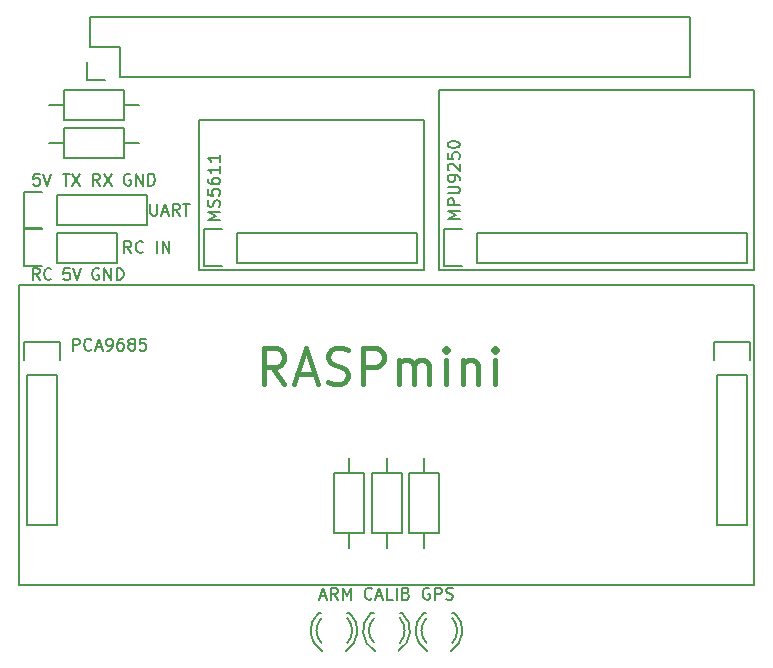
<source format=gto>
G04 #@! TF.FileFunction,Legend,Top*
%FSLAX46Y46*%
G04 Gerber Fmt 4.6, Leading zero omitted, Abs format (unit mm)*
G04 Created by KiCad (PCBNEW 4.0.4-stable) date 10/13/16 18:12:30*
%MOMM*%
%LPD*%
G01*
G04 APERTURE LIST*
%ADD10C,0.100000*%
%ADD11C,0.400000*%
%ADD12C,0.150000*%
G04 APERTURE END LIST*
D10*
D11*
X134803571Y-67397143D02*
X133803571Y-65968571D01*
X133089286Y-67397143D02*
X133089286Y-64397143D01*
X134232143Y-64397143D01*
X134517857Y-64540000D01*
X134660714Y-64682857D01*
X134803571Y-64968571D01*
X134803571Y-65397143D01*
X134660714Y-65682857D01*
X134517857Y-65825714D01*
X134232143Y-65968571D01*
X133089286Y-65968571D01*
X135946429Y-66540000D02*
X137375000Y-66540000D01*
X135660714Y-67397143D02*
X136660714Y-64397143D01*
X137660714Y-67397143D01*
X138517858Y-67254286D02*
X138946429Y-67397143D01*
X139660715Y-67397143D01*
X139946429Y-67254286D01*
X140089286Y-67111429D01*
X140232143Y-66825714D01*
X140232143Y-66540000D01*
X140089286Y-66254286D01*
X139946429Y-66111429D01*
X139660715Y-65968571D01*
X139089286Y-65825714D01*
X138803572Y-65682857D01*
X138660715Y-65540000D01*
X138517858Y-65254286D01*
X138517858Y-64968571D01*
X138660715Y-64682857D01*
X138803572Y-64540000D01*
X139089286Y-64397143D01*
X139803572Y-64397143D01*
X140232143Y-64540000D01*
X141517858Y-67397143D02*
X141517858Y-64397143D01*
X142660715Y-64397143D01*
X142946429Y-64540000D01*
X143089286Y-64682857D01*
X143232143Y-64968571D01*
X143232143Y-65397143D01*
X143089286Y-65682857D01*
X142946429Y-65825714D01*
X142660715Y-65968571D01*
X141517858Y-65968571D01*
X144517858Y-67397143D02*
X144517858Y-65397143D01*
X144517858Y-65682857D02*
X144660715Y-65540000D01*
X144946429Y-65397143D01*
X145375001Y-65397143D01*
X145660715Y-65540000D01*
X145803572Y-65825714D01*
X145803572Y-67397143D01*
X145803572Y-65825714D02*
X145946429Y-65540000D01*
X146232143Y-65397143D01*
X146660715Y-65397143D01*
X146946429Y-65540000D01*
X147089286Y-65825714D01*
X147089286Y-67397143D01*
X148517858Y-67397143D02*
X148517858Y-65397143D01*
X148517858Y-64397143D02*
X148375001Y-64540000D01*
X148517858Y-64682857D01*
X148660715Y-64540000D01*
X148517858Y-64397143D01*
X148517858Y-64682857D01*
X149946429Y-65397143D02*
X149946429Y-67397143D01*
X149946429Y-65682857D02*
X150089286Y-65540000D01*
X150375000Y-65397143D01*
X150803572Y-65397143D01*
X151089286Y-65540000D01*
X151232143Y-65825714D01*
X151232143Y-67397143D01*
X152660715Y-67397143D02*
X152660715Y-65397143D01*
X152660715Y-64397143D02*
X152517858Y-64540000D01*
X152660715Y-64682857D01*
X152803572Y-64540000D01*
X152660715Y-64397143D01*
X152660715Y-64682857D01*
D12*
X114109524Y-58618381D02*
X113776190Y-58142190D01*
X113538095Y-58618381D02*
X113538095Y-57618381D01*
X113919048Y-57618381D01*
X114014286Y-57666000D01*
X114061905Y-57713619D01*
X114109524Y-57808857D01*
X114109524Y-57951714D01*
X114061905Y-58046952D01*
X114014286Y-58094571D01*
X113919048Y-58142190D01*
X113538095Y-58142190D01*
X115109524Y-58523143D02*
X115061905Y-58570762D01*
X114919048Y-58618381D01*
X114823810Y-58618381D01*
X114680952Y-58570762D01*
X114585714Y-58475524D01*
X114538095Y-58380286D01*
X114490476Y-58189810D01*
X114490476Y-58046952D01*
X114538095Y-57856476D01*
X114585714Y-57761238D01*
X114680952Y-57666000D01*
X114823810Y-57618381D01*
X114919048Y-57618381D01*
X115061905Y-57666000D01*
X115109524Y-57713619D01*
X116649524Y-57618381D02*
X116173333Y-57618381D01*
X116125714Y-58094571D01*
X116173333Y-58046952D01*
X116268571Y-57999333D01*
X116506667Y-57999333D01*
X116601905Y-58046952D01*
X116649524Y-58094571D01*
X116697143Y-58189810D01*
X116697143Y-58427905D01*
X116649524Y-58523143D01*
X116601905Y-58570762D01*
X116506667Y-58618381D01*
X116268571Y-58618381D01*
X116173333Y-58570762D01*
X116125714Y-58523143D01*
X116982857Y-57618381D02*
X117316190Y-58618381D01*
X117649524Y-57618381D01*
X119126096Y-57666000D02*
X119030858Y-57618381D01*
X118888001Y-57618381D01*
X118745143Y-57666000D01*
X118649905Y-57761238D01*
X118602286Y-57856476D01*
X118554667Y-58046952D01*
X118554667Y-58189810D01*
X118602286Y-58380286D01*
X118649905Y-58475524D01*
X118745143Y-58570762D01*
X118888001Y-58618381D01*
X118983239Y-58618381D01*
X119126096Y-58570762D01*
X119173715Y-58523143D01*
X119173715Y-58189810D01*
X118983239Y-58189810D01*
X119602286Y-58618381D02*
X119602286Y-57618381D01*
X120173715Y-58618381D01*
X120173715Y-57618381D01*
X120649905Y-58618381D02*
X120649905Y-57618381D01*
X120888000Y-57618381D01*
X121030858Y-57666000D01*
X121126096Y-57761238D01*
X121173715Y-57856476D01*
X121221334Y-58046952D01*
X121221334Y-58189810D01*
X121173715Y-58380286D01*
X121126096Y-58475524D01*
X121030858Y-58570762D01*
X120888000Y-58618381D01*
X120649905Y-58618381D01*
X121793096Y-49665000D02*
X121697858Y-49617381D01*
X121555001Y-49617381D01*
X121412143Y-49665000D01*
X121316905Y-49760238D01*
X121269286Y-49855476D01*
X121221667Y-50045952D01*
X121221667Y-50188810D01*
X121269286Y-50379286D01*
X121316905Y-50474524D01*
X121412143Y-50569762D01*
X121555001Y-50617381D01*
X121650239Y-50617381D01*
X121793096Y-50569762D01*
X121840715Y-50522143D01*
X121840715Y-50188810D01*
X121650239Y-50188810D01*
X122269286Y-50617381D02*
X122269286Y-49617381D01*
X122840715Y-50617381D01*
X122840715Y-49617381D01*
X123316905Y-50617381D02*
X123316905Y-49617381D01*
X123555000Y-49617381D01*
X123697858Y-49665000D01*
X123793096Y-49760238D01*
X123840715Y-49855476D01*
X123888334Y-50045952D01*
X123888334Y-50188810D01*
X123840715Y-50379286D01*
X123793096Y-50474524D01*
X123697858Y-50569762D01*
X123555000Y-50617381D01*
X123316905Y-50617381D01*
X119213334Y-50617381D02*
X118880000Y-50141190D01*
X118641905Y-50617381D02*
X118641905Y-49617381D01*
X119022858Y-49617381D01*
X119118096Y-49665000D01*
X119165715Y-49712619D01*
X119213334Y-49807857D01*
X119213334Y-49950714D01*
X119165715Y-50045952D01*
X119118096Y-50093571D01*
X119022858Y-50141190D01*
X118641905Y-50141190D01*
X119546667Y-49617381D02*
X120213334Y-50617381D01*
X120213334Y-49617381D02*
X119546667Y-50617381D01*
X116078095Y-49617381D02*
X116649524Y-49617381D01*
X116363809Y-50617381D02*
X116363809Y-49617381D01*
X116887619Y-49617381D02*
X117554286Y-50617381D01*
X117554286Y-49617381D02*
X116887619Y-50617381D01*
X114109524Y-49617381D02*
X113633333Y-49617381D01*
X113585714Y-50093571D01*
X113633333Y-50045952D01*
X113728571Y-49998333D01*
X113966667Y-49998333D01*
X114061905Y-50045952D01*
X114109524Y-50093571D01*
X114157143Y-50188810D01*
X114157143Y-50426905D01*
X114109524Y-50522143D01*
X114061905Y-50569762D01*
X113966667Y-50617381D01*
X113728571Y-50617381D01*
X113633333Y-50569762D01*
X113585714Y-50522143D01*
X114442857Y-49617381D02*
X114776190Y-50617381D01*
X115109524Y-49617381D01*
X147955000Y-57785000D02*
X147955000Y-42545000D01*
X147955000Y-42545000D02*
X174625000Y-42545000D01*
X174625000Y-42545000D02*
X174625000Y-57785000D01*
X174625000Y-57785000D02*
X147955000Y-57785000D01*
X151130000Y-54610000D02*
X173990000Y-54610000D01*
X173990000Y-54610000D02*
X173990000Y-57150000D01*
X173990000Y-57150000D02*
X151130000Y-57150000D01*
X148310000Y-54330000D02*
X149860000Y-54330000D01*
X151130000Y-54610000D02*
X151130000Y-57150000D01*
X149860000Y-57430000D02*
X148310000Y-57430000D01*
X148310000Y-57430000D02*
X148310000Y-54330000D01*
X169164000Y-36322000D02*
X118364000Y-36322000D01*
X120904000Y-41402000D02*
X169164000Y-41402000D01*
X169164000Y-36322000D02*
X169164000Y-41402000D01*
X118364000Y-36322000D02*
X118364000Y-38862000D01*
X118084000Y-40132000D02*
X118084000Y-41682000D01*
X118364000Y-38862000D02*
X120904000Y-38862000D01*
X120904000Y-38862000D02*
X120904000Y-41402000D01*
X118084000Y-41682000D02*
X119634000Y-41682000D01*
X139065000Y-80010000D02*
X139065000Y-74930000D01*
X139065000Y-74930000D02*
X141605000Y-74930000D01*
X141605000Y-74930000D02*
X141605000Y-80010000D01*
X141605000Y-80010000D02*
X139065000Y-80010000D01*
X140335000Y-80010000D02*
X140335000Y-81280000D01*
X140335000Y-74930000D02*
X140335000Y-73660000D01*
X127635000Y-57785000D02*
X127635000Y-45085000D01*
X127635000Y-45085000D02*
X146685000Y-45085000D01*
X146685000Y-45085000D02*
X146685000Y-57785000D01*
X146685000Y-57785000D02*
X127635000Y-57785000D01*
X130810000Y-54610000D02*
X146050000Y-54610000D01*
X146050000Y-54610000D02*
X146050000Y-57150000D01*
X146050000Y-57150000D02*
X130810000Y-57150000D01*
X127990000Y-54330000D02*
X129540000Y-54330000D01*
X130810000Y-54610000D02*
X130810000Y-57150000D01*
X129540000Y-57430000D02*
X127990000Y-57430000D01*
X127990000Y-57430000D02*
X127990000Y-54330000D01*
X115570000Y-53975000D02*
X123190000Y-53975000D01*
X115570000Y-51435000D02*
X123190000Y-51435000D01*
X112750000Y-51155000D02*
X114300000Y-51155000D01*
X123190000Y-53975000D02*
X123190000Y-51435000D01*
X115570000Y-51435000D02*
X115570000Y-53975000D01*
X114300000Y-54255000D02*
X112750000Y-54255000D01*
X112750000Y-54255000D02*
X112750000Y-51155000D01*
X115570000Y-57150000D02*
X120650000Y-57150000D01*
X120650000Y-57150000D02*
X120650000Y-54610000D01*
X120650000Y-54610000D02*
X115570000Y-54610000D01*
X112750000Y-54330000D02*
X114300000Y-54330000D01*
X115570000Y-54610000D02*
X115570000Y-57150000D01*
X114300000Y-57430000D02*
X112750000Y-57430000D01*
X112750000Y-57430000D02*
X112750000Y-54330000D01*
X137751000Y-86796000D02*
X137951000Y-86796000D01*
X140345000Y-86796000D02*
X140165000Y-86796000D01*
X140034643Y-90023744D02*
G75*
G03X140351000Y-86796000I-1003643J1727744D01*
G01*
X140164068Y-89348006D02*
G75*
G03X140165000Y-87245000I-1133068J1052006D01*
G01*
X137724274Y-86808780D02*
G75*
G03X138071000Y-90046000I1306726J-1497220D01*
G01*
X137951747Y-87282111D02*
G75*
G03X137971000Y-89330000I1079253J-1013889D01*
G01*
X142196000Y-86796000D02*
X142396000Y-86796000D01*
X144790000Y-86796000D02*
X144610000Y-86796000D01*
X144479643Y-90023744D02*
G75*
G03X144796000Y-86796000I-1003643J1727744D01*
G01*
X144609068Y-89348006D02*
G75*
G03X144610000Y-87245000I-1133068J1052006D01*
G01*
X142169274Y-86808780D02*
G75*
G03X142516000Y-90046000I1306726J-1497220D01*
G01*
X142396747Y-87282111D02*
G75*
G03X142416000Y-89330000I1079253J-1013889D01*
G01*
X146641000Y-86796000D02*
X146841000Y-86796000D01*
X149235000Y-86796000D02*
X149055000Y-86796000D01*
X148924643Y-90023744D02*
G75*
G03X149241000Y-86796000I-1003643J1727744D01*
G01*
X149054068Y-89348006D02*
G75*
G03X149055000Y-87245000I-1133068J1052006D01*
G01*
X146614274Y-86808780D02*
G75*
G03X146961000Y-90046000I1306726J-1497220D01*
G01*
X146841747Y-87282111D02*
G75*
G03X146861000Y-89330000I1079253J-1013889D01*
G01*
X142240000Y-80010000D02*
X142240000Y-74930000D01*
X142240000Y-74930000D02*
X144780000Y-74930000D01*
X144780000Y-74930000D02*
X144780000Y-80010000D01*
X144780000Y-80010000D02*
X142240000Y-80010000D01*
X143510000Y-80010000D02*
X143510000Y-81280000D01*
X143510000Y-74930000D02*
X143510000Y-73660000D01*
X145415000Y-80010000D02*
X145415000Y-74930000D01*
X145415000Y-74930000D02*
X147955000Y-74930000D01*
X147955000Y-74930000D02*
X147955000Y-80010000D01*
X147955000Y-80010000D02*
X145415000Y-80010000D01*
X146685000Y-80010000D02*
X146685000Y-81280000D01*
X146685000Y-74930000D02*
X146685000Y-73660000D01*
X116205000Y-45720000D02*
X121285000Y-45720000D01*
X121285000Y-45720000D02*
X121285000Y-48260000D01*
X121285000Y-48260000D02*
X116205000Y-48260000D01*
X116205000Y-48260000D02*
X116205000Y-45720000D01*
X116205000Y-46990000D02*
X114935000Y-46990000D01*
X121285000Y-46990000D02*
X122555000Y-46990000D01*
X121285000Y-45085000D02*
X116205000Y-45085000D01*
X116205000Y-45085000D02*
X116205000Y-42545000D01*
X116205000Y-42545000D02*
X121285000Y-42545000D01*
X121285000Y-42545000D02*
X121285000Y-45085000D01*
X121285000Y-43815000D02*
X122555000Y-43815000D01*
X116205000Y-43815000D02*
X114935000Y-43815000D01*
X112750000Y-63855000D02*
X115850000Y-63855000D01*
X112750000Y-65405000D02*
X112750000Y-63855000D01*
X115570000Y-66675000D02*
X113030000Y-66675000D01*
X115850000Y-63855000D02*
X115850000Y-65405000D01*
X113030000Y-79375000D02*
X113030000Y-66675000D01*
X115570000Y-79375000D02*
X113030000Y-79375000D01*
X115570000Y-66675000D02*
X115570000Y-79375000D01*
X115570000Y-79375000D02*
X113030000Y-79375000D01*
X113030000Y-79375000D02*
X113030000Y-66675000D01*
X115850000Y-63855000D02*
X115850000Y-65405000D01*
X115570000Y-66675000D02*
X113030000Y-66675000D01*
X112750000Y-65405000D02*
X112750000Y-63855000D01*
X112750000Y-63855000D02*
X115850000Y-63855000D01*
X112750000Y-63855000D02*
X115850000Y-63855000D01*
X112750000Y-65405000D02*
X112750000Y-63855000D01*
X115570000Y-66675000D02*
X113030000Y-66675000D01*
X115850000Y-63855000D02*
X115850000Y-65405000D01*
X113030000Y-79375000D02*
X113030000Y-66675000D01*
X115570000Y-79375000D02*
X113030000Y-79375000D01*
X115570000Y-66675000D02*
X115570000Y-79375000D01*
X115570000Y-79375000D02*
X113030000Y-79375000D01*
X113030000Y-79375000D02*
X113030000Y-66675000D01*
X115850000Y-63855000D02*
X115850000Y-65405000D01*
X115570000Y-66675000D02*
X113030000Y-66675000D01*
X112750000Y-65405000D02*
X112750000Y-63855000D01*
X112750000Y-63855000D02*
X115850000Y-63855000D01*
X171170000Y-63855000D02*
X174270000Y-63855000D01*
X171170000Y-65405000D02*
X171170000Y-63855000D01*
X173990000Y-66675000D02*
X171450000Y-66675000D01*
X174270000Y-63855000D02*
X174270000Y-65405000D01*
X171450000Y-79375000D02*
X171450000Y-66675000D01*
X173990000Y-79375000D02*
X171450000Y-79375000D01*
X173990000Y-66675000D02*
X173990000Y-79375000D01*
X173990000Y-79375000D02*
X171450000Y-79375000D01*
X171450000Y-79375000D02*
X171450000Y-66675000D01*
X174270000Y-63855000D02*
X174270000Y-65405000D01*
X173990000Y-66675000D02*
X171450000Y-66675000D01*
X171170000Y-65405000D02*
X171170000Y-63855000D01*
X171170000Y-63855000D02*
X174270000Y-63855000D01*
X171170000Y-63855000D02*
X174270000Y-63855000D01*
X171170000Y-65405000D02*
X171170000Y-63855000D01*
X173990000Y-66675000D02*
X171450000Y-66675000D01*
X174270000Y-63855000D02*
X174270000Y-65405000D01*
X171450000Y-79375000D02*
X171450000Y-66675000D01*
X173990000Y-79375000D02*
X171450000Y-79375000D01*
X173990000Y-66675000D02*
X173990000Y-79375000D01*
X173990000Y-79375000D02*
X171450000Y-79375000D01*
X171450000Y-79375000D02*
X171450000Y-66675000D01*
X174270000Y-63855000D02*
X174270000Y-65405000D01*
X173990000Y-66675000D02*
X171450000Y-66675000D01*
X171170000Y-65405000D02*
X171170000Y-63855000D01*
X171170000Y-63855000D02*
X174270000Y-63855000D01*
X112395000Y-59055000D02*
X174625000Y-59055000D01*
X174625000Y-59055000D02*
X174625000Y-84455000D01*
X174625000Y-84455000D02*
X112395000Y-84455000D01*
X112395000Y-84455000D02*
X112395000Y-59055000D01*
X149677381Y-53426905D02*
X148677381Y-53426905D01*
X149391667Y-53093571D01*
X148677381Y-52760238D01*
X149677381Y-52760238D01*
X149677381Y-52284048D02*
X148677381Y-52284048D01*
X148677381Y-51903095D01*
X148725000Y-51807857D01*
X148772619Y-51760238D01*
X148867857Y-51712619D01*
X149010714Y-51712619D01*
X149105952Y-51760238D01*
X149153571Y-51807857D01*
X149201190Y-51903095D01*
X149201190Y-52284048D01*
X148677381Y-51284048D02*
X149486905Y-51284048D01*
X149582143Y-51236429D01*
X149629762Y-51188810D01*
X149677381Y-51093572D01*
X149677381Y-50903095D01*
X149629762Y-50807857D01*
X149582143Y-50760238D01*
X149486905Y-50712619D01*
X148677381Y-50712619D01*
X149677381Y-50188810D02*
X149677381Y-49998334D01*
X149629762Y-49903095D01*
X149582143Y-49855476D01*
X149439286Y-49760238D01*
X149248810Y-49712619D01*
X148867857Y-49712619D01*
X148772619Y-49760238D01*
X148725000Y-49807857D01*
X148677381Y-49903095D01*
X148677381Y-50093572D01*
X148725000Y-50188810D01*
X148772619Y-50236429D01*
X148867857Y-50284048D01*
X149105952Y-50284048D01*
X149201190Y-50236429D01*
X149248810Y-50188810D01*
X149296429Y-50093572D01*
X149296429Y-49903095D01*
X149248810Y-49807857D01*
X149201190Y-49760238D01*
X149105952Y-49712619D01*
X148772619Y-49331667D02*
X148725000Y-49284048D01*
X148677381Y-49188810D01*
X148677381Y-48950714D01*
X148725000Y-48855476D01*
X148772619Y-48807857D01*
X148867857Y-48760238D01*
X148963095Y-48760238D01*
X149105952Y-48807857D01*
X149677381Y-49379286D01*
X149677381Y-48760238D01*
X148677381Y-47855476D02*
X148677381Y-48331667D01*
X149153571Y-48379286D01*
X149105952Y-48331667D01*
X149058333Y-48236429D01*
X149058333Y-47998333D01*
X149105952Y-47903095D01*
X149153571Y-47855476D01*
X149248810Y-47807857D01*
X149486905Y-47807857D01*
X149582143Y-47855476D01*
X149629762Y-47903095D01*
X149677381Y-47998333D01*
X149677381Y-48236429D01*
X149629762Y-48331667D01*
X149582143Y-48379286D01*
X148677381Y-47188810D02*
X148677381Y-47093571D01*
X148725000Y-46998333D01*
X148772619Y-46950714D01*
X148867857Y-46903095D01*
X149058333Y-46855476D01*
X149296429Y-46855476D01*
X149486905Y-46903095D01*
X149582143Y-46950714D01*
X149629762Y-46998333D01*
X149677381Y-47093571D01*
X149677381Y-47188810D01*
X149629762Y-47284048D01*
X149582143Y-47331667D01*
X149486905Y-47379286D01*
X149296429Y-47426905D01*
X149058333Y-47426905D01*
X148867857Y-47379286D01*
X148772619Y-47331667D01*
X148725000Y-47284048D01*
X148677381Y-47188810D01*
X129357381Y-53514286D02*
X128357381Y-53514286D01*
X129071667Y-53180952D01*
X128357381Y-52847619D01*
X129357381Y-52847619D01*
X129309762Y-52419048D02*
X129357381Y-52276191D01*
X129357381Y-52038095D01*
X129309762Y-51942857D01*
X129262143Y-51895238D01*
X129166905Y-51847619D01*
X129071667Y-51847619D01*
X128976429Y-51895238D01*
X128928810Y-51942857D01*
X128881190Y-52038095D01*
X128833571Y-52228572D01*
X128785952Y-52323810D01*
X128738333Y-52371429D01*
X128643095Y-52419048D01*
X128547857Y-52419048D01*
X128452619Y-52371429D01*
X128405000Y-52323810D01*
X128357381Y-52228572D01*
X128357381Y-51990476D01*
X128405000Y-51847619D01*
X128357381Y-50942857D02*
X128357381Y-51419048D01*
X128833571Y-51466667D01*
X128785952Y-51419048D01*
X128738333Y-51323810D01*
X128738333Y-51085714D01*
X128785952Y-50990476D01*
X128833571Y-50942857D01*
X128928810Y-50895238D01*
X129166905Y-50895238D01*
X129262143Y-50942857D01*
X129309762Y-50990476D01*
X129357381Y-51085714D01*
X129357381Y-51323810D01*
X129309762Y-51419048D01*
X129262143Y-51466667D01*
X128357381Y-50038095D02*
X128357381Y-50228572D01*
X128405000Y-50323810D01*
X128452619Y-50371429D01*
X128595476Y-50466667D01*
X128785952Y-50514286D01*
X129166905Y-50514286D01*
X129262143Y-50466667D01*
X129309762Y-50419048D01*
X129357381Y-50323810D01*
X129357381Y-50133333D01*
X129309762Y-50038095D01*
X129262143Y-49990476D01*
X129166905Y-49942857D01*
X128928810Y-49942857D01*
X128833571Y-49990476D01*
X128785952Y-50038095D01*
X128738333Y-50133333D01*
X128738333Y-50323810D01*
X128785952Y-50419048D01*
X128833571Y-50466667D01*
X128928810Y-50514286D01*
X129357381Y-48990476D02*
X129357381Y-49561905D01*
X129357381Y-49276191D02*
X128357381Y-49276191D01*
X128500238Y-49371429D01*
X128595476Y-49466667D01*
X128643095Y-49561905D01*
X129357381Y-48038095D02*
X129357381Y-48609524D01*
X129357381Y-48323810D02*
X128357381Y-48323810D01*
X128500238Y-48419048D01*
X128595476Y-48514286D01*
X128643095Y-48609524D01*
X123499762Y-52157381D02*
X123499762Y-52966905D01*
X123547381Y-53062143D01*
X123595000Y-53109762D01*
X123690238Y-53157381D01*
X123880715Y-53157381D01*
X123975953Y-53109762D01*
X124023572Y-53062143D01*
X124071191Y-52966905D01*
X124071191Y-52157381D01*
X124499762Y-52871667D02*
X124975953Y-52871667D01*
X124404524Y-53157381D02*
X124737857Y-52157381D01*
X125071191Y-53157381D01*
X125975953Y-53157381D02*
X125642619Y-52681190D01*
X125404524Y-53157381D02*
X125404524Y-52157381D01*
X125785477Y-52157381D01*
X125880715Y-52205000D01*
X125928334Y-52252619D01*
X125975953Y-52347857D01*
X125975953Y-52490714D01*
X125928334Y-52585952D01*
X125880715Y-52633571D01*
X125785477Y-52681190D01*
X125404524Y-52681190D01*
X126261667Y-52157381D02*
X126833096Y-52157381D01*
X126547381Y-53157381D02*
X126547381Y-52157381D01*
X121856667Y-56332381D02*
X121523333Y-55856190D01*
X121285238Y-56332381D02*
X121285238Y-55332381D01*
X121666191Y-55332381D01*
X121761429Y-55380000D01*
X121809048Y-55427619D01*
X121856667Y-55522857D01*
X121856667Y-55665714D01*
X121809048Y-55760952D01*
X121761429Y-55808571D01*
X121666191Y-55856190D01*
X121285238Y-55856190D01*
X122856667Y-56237143D02*
X122809048Y-56284762D01*
X122666191Y-56332381D01*
X122570953Y-56332381D01*
X122428095Y-56284762D01*
X122332857Y-56189524D01*
X122285238Y-56094286D01*
X122237619Y-55903810D01*
X122237619Y-55760952D01*
X122285238Y-55570476D01*
X122332857Y-55475238D01*
X122428095Y-55380000D01*
X122570953Y-55332381D01*
X122666191Y-55332381D01*
X122809048Y-55380000D01*
X122856667Y-55427619D01*
X124047143Y-56332381D02*
X124047143Y-55332381D01*
X124523333Y-56332381D02*
X124523333Y-55332381D01*
X125094762Y-56332381D01*
X125094762Y-55332381D01*
X137882476Y-85383667D02*
X138358667Y-85383667D01*
X137787238Y-85669381D02*
X138120571Y-84669381D01*
X138453905Y-85669381D01*
X139358667Y-85669381D02*
X139025333Y-85193190D01*
X138787238Y-85669381D02*
X138787238Y-84669381D01*
X139168191Y-84669381D01*
X139263429Y-84717000D01*
X139311048Y-84764619D01*
X139358667Y-84859857D01*
X139358667Y-85002714D01*
X139311048Y-85097952D01*
X139263429Y-85145571D01*
X139168191Y-85193190D01*
X138787238Y-85193190D01*
X139787238Y-85669381D02*
X139787238Y-84669381D01*
X140120572Y-85383667D01*
X140453905Y-84669381D01*
X140453905Y-85669381D01*
X142248096Y-85574143D02*
X142200477Y-85621762D01*
X142057620Y-85669381D01*
X141962382Y-85669381D01*
X141819524Y-85621762D01*
X141724286Y-85526524D01*
X141676667Y-85431286D01*
X141629048Y-85240810D01*
X141629048Y-85097952D01*
X141676667Y-84907476D01*
X141724286Y-84812238D01*
X141819524Y-84717000D01*
X141962382Y-84669381D01*
X142057620Y-84669381D01*
X142200477Y-84717000D01*
X142248096Y-84764619D01*
X142629048Y-85383667D02*
X143105239Y-85383667D01*
X142533810Y-85669381D02*
X142867143Y-84669381D01*
X143200477Y-85669381D01*
X144010001Y-85669381D02*
X143533810Y-85669381D01*
X143533810Y-84669381D01*
X144343334Y-85669381D02*
X144343334Y-84669381D01*
X145152858Y-85145571D02*
X145295715Y-85193190D01*
X145343334Y-85240810D01*
X145390953Y-85336048D01*
X145390953Y-85478905D01*
X145343334Y-85574143D01*
X145295715Y-85621762D01*
X145200477Y-85669381D01*
X144819524Y-85669381D01*
X144819524Y-84669381D01*
X145152858Y-84669381D01*
X145248096Y-84717000D01*
X145295715Y-84764619D01*
X145343334Y-84859857D01*
X145343334Y-84955095D01*
X145295715Y-85050333D01*
X145248096Y-85097952D01*
X145152858Y-85145571D01*
X144819524Y-85145571D01*
X147113715Y-84717000D02*
X147018477Y-84669381D01*
X146875620Y-84669381D01*
X146732762Y-84717000D01*
X146637524Y-84812238D01*
X146589905Y-84907476D01*
X146542286Y-85097952D01*
X146542286Y-85240810D01*
X146589905Y-85431286D01*
X146637524Y-85526524D01*
X146732762Y-85621762D01*
X146875620Y-85669381D01*
X146970858Y-85669381D01*
X147113715Y-85621762D01*
X147161334Y-85574143D01*
X147161334Y-85240810D01*
X146970858Y-85240810D01*
X147589905Y-85669381D02*
X147589905Y-84669381D01*
X147970858Y-84669381D01*
X148066096Y-84717000D01*
X148113715Y-84764619D01*
X148161334Y-84859857D01*
X148161334Y-85002714D01*
X148113715Y-85097952D01*
X148066096Y-85145571D01*
X147970858Y-85193190D01*
X147589905Y-85193190D01*
X148542286Y-85621762D02*
X148685143Y-85669381D01*
X148923239Y-85669381D01*
X149018477Y-85621762D01*
X149066096Y-85574143D01*
X149113715Y-85478905D01*
X149113715Y-85383667D01*
X149066096Y-85288429D01*
X149018477Y-85240810D01*
X148923239Y-85193190D01*
X148732762Y-85145571D01*
X148637524Y-85097952D01*
X148589905Y-85050333D01*
X148542286Y-84955095D01*
X148542286Y-84859857D01*
X148589905Y-84764619D01*
X148637524Y-84717000D01*
X148732762Y-84669381D01*
X148970858Y-84669381D01*
X149113715Y-84717000D01*
X116919762Y-64587381D02*
X116919762Y-63587381D01*
X117300715Y-63587381D01*
X117395953Y-63635000D01*
X117443572Y-63682619D01*
X117491191Y-63777857D01*
X117491191Y-63920714D01*
X117443572Y-64015952D01*
X117395953Y-64063571D01*
X117300715Y-64111190D01*
X116919762Y-64111190D01*
X118491191Y-64492143D02*
X118443572Y-64539762D01*
X118300715Y-64587381D01*
X118205477Y-64587381D01*
X118062619Y-64539762D01*
X117967381Y-64444524D01*
X117919762Y-64349286D01*
X117872143Y-64158810D01*
X117872143Y-64015952D01*
X117919762Y-63825476D01*
X117967381Y-63730238D01*
X118062619Y-63635000D01*
X118205477Y-63587381D01*
X118300715Y-63587381D01*
X118443572Y-63635000D01*
X118491191Y-63682619D01*
X118872143Y-64301667D02*
X119348334Y-64301667D01*
X118776905Y-64587381D02*
X119110238Y-63587381D01*
X119443572Y-64587381D01*
X119824524Y-64587381D02*
X120015000Y-64587381D01*
X120110239Y-64539762D01*
X120157858Y-64492143D01*
X120253096Y-64349286D01*
X120300715Y-64158810D01*
X120300715Y-63777857D01*
X120253096Y-63682619D01*
X120205477Y-63635000D01*
X120110239Y-63587381D01*
X119919762Y-63587381D01*
X119824524Y-63635000D01*
X119776905Y-63682619D01*
X119729286Y-63777857D01*
X119729286Y-64015952D01*
X119776905Y-64111190D01*
X119824524Y-64158810D01*
X119919762Y-64206429D01*
X120110239Y-64206429D01*
X120205477Y-64158810D01*
X120253096Y-64111190D01*
X120300715Y-64015952D01*
X121157858Y-63587381D02*
X120967381Y-63587381D01*
X120872143Y-63635000D01*
X120824524Y-63682619D01*
X120729286Y-63825476D01*
X120681667Y-64015952D01*
X120681667Y-64396905D01*
X120729286Y-64492143D01*
X120776905Y-64539762D01*
X120872143Y-64587381D01*
X121062620Y-64587381D01*
X121157858Y-64539762D01*
X121205477Y-64492143D01*
X121253096Y-64396905D01*
X121253096Y-64158810D01*
X121205477Y-64063571D01*
X121157858Y-64015952D01*
X121062620Y-63968333D01*
X120872143Y-63968333D01*
X120776905Y-64015952D01*
X120729286Y-64063571D01*
X120681667Y-64158810D01*
X121824524Y-64015952D02*
X121729286Y-63968333D01*
X121681667Y-63920714D01*
X121634048Y-63825476D01*
X121634048Y-63777857D01*
X121681667Y-63682619D01*
X121729286Y-63635000D01*
X121824524Y-63587381D01*
X122015001Y-63587381D01*
X122110239Y-63635000D01*
X122157858Y-63682619D01*
X122205477Y-63777857D01*
X122205477Y-63825476D01*
X122157858Y-63920714D01*
X122110239Y-63968333D01*
X122015001Y-64015952D01*
X121824524Y-64015952D01*
X121729286Y-64063571D01*
X121681667Y-64111190D01*
X121634048Y-64206429D01*
X121634048Y-64396905D01*
X121681667Y-64492143D01*
X121729286Y-64539762D01*
X121824524Y-64587381D01*
X122015001Y-64587381D01*
X122110239Y-64539762D01*
X122157858Y-64492143D01*
X122205477Y-64396905D01*
X122205477Y-64206429D01*
X122157858Y-64111190D01*
X122110239Y-64063571D01*
X122015001Y-64015952D01*
X123110239Y-63587381D02*
X122634048Y-63587381D01*
X122586429Y-64063571D01*
X122634048Y-64015952D01*
X122729286Y-63968333D01*
X122967382Y-63968333D01*
X123062620Y-64015952D01*
X123110239Y-64063571D01*
X123157858Y-64158810D01*
X123157858Y-64396905D01*
X123110239Y-64492143D01*
X123062620Y-64539762D01*
X122967382Y-64587381D01*
X122729286Y-64587381D01*
X122634048Y-64539762D01*
X122586429Y-64492143D01*
M02*

</source>
